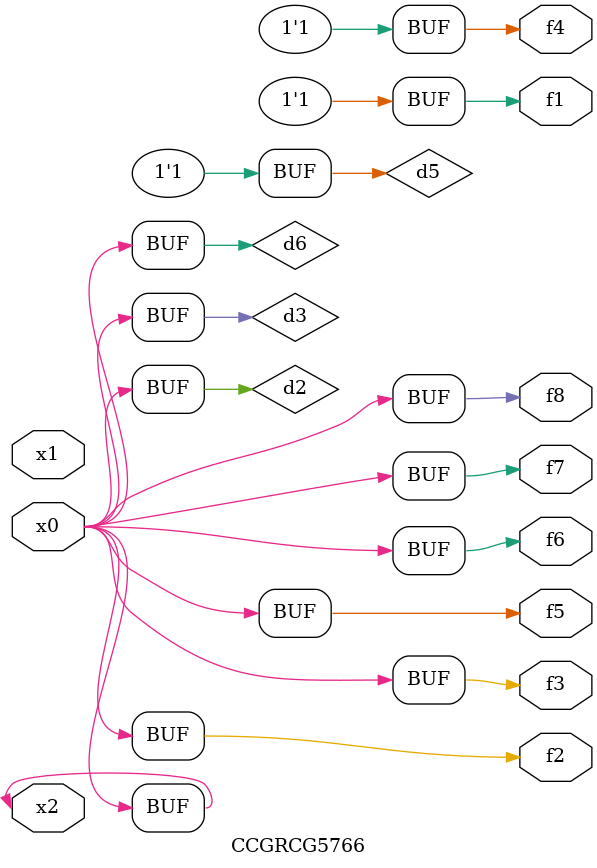
<source format=v>
module CCGRCG5766(
	input x0, x1, x2,
	output f1, f2, f3, f4, f5, f6, f7, f8
);

	wire d1, d2, d3, d4, d5, d6;

	xnor (d1, x2);
	buf (d2, x0, x2);
	and (d3, x0);
	xnor (d4, x1, x2);
	nand (d5, d1, d3);
	buf (d6, d2, d3);
	assign f1 = d5;
	assign f2 = d6;
	assign f3 = d6;
	assign f4 = d5;
	assign f5 = d6;
	assign f6 = d6;
	assign f7 = d6;
	assign f8 = d6;
endmodule

</source>
